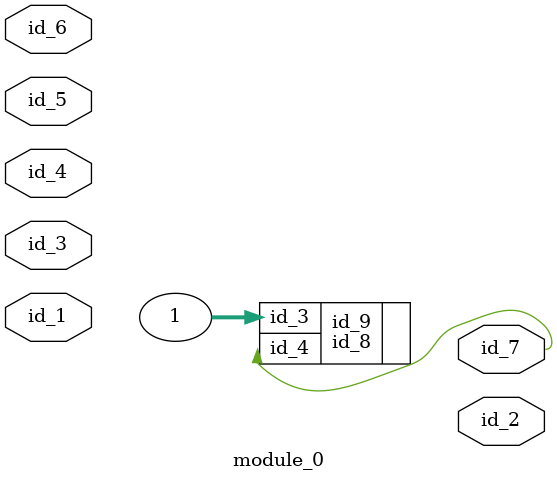
<source format=v>
module module_0 (
    id_1,
    id_2,
    id_3,
    id_4,
    id_5,
    id_6,
    id_7
);
  output id_7;
  input id_6;
  input id_5;
  input id_4;
  input id_3;
  output id_2;
  input id_1;
  id_8 id_9 (
      .id_4(id_7),
      .id_3(1)
  );
  id_10 id_11 (
      .id_4(id_5),
      .id_4(id_2),
      .id_4(id_5)
  );
endmodule

</source>
